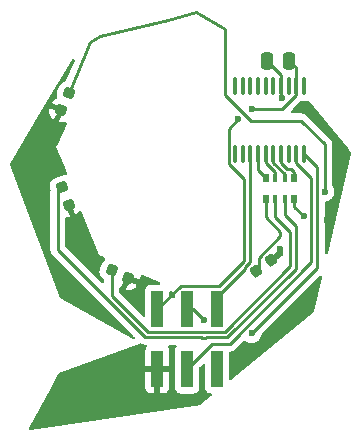
<source format=gbr>
G04 #@! TF.GenerationSoftware,KiCad,Pcbnew,9.0.2*
G04 #@! TF.CreationDate,2025-06-24T15:09:58-05:00*
G04 #@! TF.ProjectId,KokiriEmerald,4b6f6b69-7269-4456-9d65-72616c642e6b,rev?*
G04 #@! TF.SameCoordinates,Original*
G04 #@! TF.FileFunction,Copper,L2,Bot*
G04 #@! TF.FilePolarity,Positive*
%FSLAX46Y46*%
G04 Gerber Fmt 4.6, Leading zero omitted, Abs format (unit mm)*
G04 Created by KiCad (PCBNEW 9.0.2) date 2025-06-24 15:09:58*
%MOMM*%
%LPD*%
G01*
G04 APERTURE LIST*
G04 Aperture macros list*
%AMRoundRect*
0 Rectangle with rounded corners*
0 $1 Rounding radius*
0 $2 $3 $4 $5 $6 $7 $8 $9 X,Y pos of 4 corners*
0 Add a 4 corners polygon primitive as box body*
4,1,4,$2,$3,$4,$5,$6,$7,$8,$9,$2,$3,0*
0 Add four circle primitives for the rounded corners*
1,1,$1+$1,$2,$3*
1,1,$1+$1,$4,$5*
1,1,$1+$1,$6,$7*
1,1,$1+$1,$8,$9*
0 Add four rect primitives between the rounded corners*
20,1,$1+$1,$2,$3,$4,$5,0*
20,1,$1+$1,$4,$5,$6,$7,0*
20,1,$1+$1,$6,$7,$8,$9,0*
20,1,$1+$1,$8,$9,$2,$3,0*%
G04 Aperture macros list end*
G04 #@! TA.AperFunction,SMDPad,CuDef*
%ADD10R,1.000000X3.150000*%
G04 #@! TD*
G04 #@! TA.AperFunction,SMDPad,CuDef*
%ADD11RoundRect,0.218750X0.139794X-0.306551X0.324689X0.089959X-0.139794X0.306551X-0.324689X-0.089959X0*%
G04 #@! TD*
G04 #@! TA.AperFunction,SMDPad,CuDef*
%ADD12RoundRect,0.218750X0.032211X0.335378X-0.326168X0.084438X-0.032211X-0.335378X0.326168X-0.084438X0*%
G04 #@! TD*
G04 #@! TA.AperFunction,SMDPad,CuDef*
%ADD13RoundRect,0.218750X0.306551X0.139794X-0.089959X0.324689X-0.306551X-0.139794X0.089959X-0.324689X0*%
G04 #@! TD*
G04 #@! TA.AperFunction,SMDPad,CuDef*
%ADD14RoundRect,0.218750X0.315613X-0.117915X0.165979X0.293200X-0.315613X0.117915X-0.165979X-0.293200X0*%
G04 #@! TD*
G04 #@! TA.AperFunction,SMDPad,CuDef*
%ADD15R,0.500000X0.800000*%
G04 #@! TD*
G04 #@! TA.AperFunction,SMDPad,CuDef*
%ADD16R,0.400000X0.800000*%
G04 #@! TD*
G04 #@! TA.AperFunction,SMDPad,CuDef*
%ADD17RoundRect,0.100000X-0.100000X0.637500X-0.100000X-0.637500X0.100000X-0.637500X0.100000X0.637500X0*%
G04 #@! TD*
G04 #@! TA.AperFunction,SMDPad,CuDef*
%ADD18RoundRect,0.250000X-0.250000X-0.475000X0.250000X-0.475000X0.250000X0.475000X-0.250000X0.475000X0*%
G04 #@! TD*
G04 #@! TA.AperFunction,ViaPad*
%ADD19C,0.600000*%
G04 #@! TD*
G04 #@! TA.AperFunction,Conductor*
%ADD20C,0.250000*%
G04 #@! TD*
G04 APERTURE END LIST*
D10*
X110660000Y-101150000D03*
X110660000Y-106200000D03*
X113200000Y-101150000D03*
X113200000Y-106200000D03*
X115740000Y-101150000D03*
X115740000Y-106200000D03*
D11*
X102542188Y-84288716D03*
X103207812Y-82861284D03*
D12*
X120270083Y-96973308D03*
X118979917Y-97876692D03*
D13*
X108213717Y-98482812D03*
X106786283Y-97817188D03*
D14*
X103144341Y-92315009D03*
X102605659Y-90834991D03*
D15*
X122250000Y-91800001D03*
D16*
X121449999Y-91799999D03*
X120650000Y-91800000D03*
D15*
X119850000Y-91799999D03*
X119850000Y-89999999D03*
D16*
X120650001Y-90000001D03*
X121450000Y-90000000D03*
D15*
X122250000Y-90000001D03*
D17*
X117225000Y-82275000D03*
X117875000Y-82275000D03*
X118525000Y-82275000D03*
X119175000Y-82275000D03*
X119825000Y-82275000D03*
X120475000Y-82275000D03*
X121125000Y-82275000D03*
X121775000Y-82275000D03*
X122425000Y-82275000D03*
X123075000Y-82275000D03*
X123075000Y-88000000D03*
X122425000Y-88000000D03*
X121775000Y-88000000D03*
X121125000Y-88000000D03*
X120475000Y-88000000D03*
X119825000Y-88000000D03*
X119175000Y-88000000D03*
X118525000Y-88000000D03*
X117875000Y-88000000D03*
X117225000Y-88000000D03*
D18*
X119950000Y-80100000D03*
X121850000Y-80100000D03*
D19*
X117500000Y-105150000D03*
X125000000Y-93600000D03*
X122550000Y-84250000D03*
X101850000Y-85600000D03*
X103650000Y-93600000D03*
X109100000Y-99200000D03*
X121050000Y-96050000D03*
X117500000Y-85050000D03*
X118700000Y-84200000D03*
X124850000Y-91200000D03*
X123050000Y-93250000D03*
X118650000Y-103200000D03*
X114650000Y-102100000D03*
X121185492Y-83297412D03*
X109150000Y-106050000D03*
X111300000Y-108800000D03*
D20*
X116699000Y-88849000D02*
X116699000Y-85851000D01*
X118000000Y-90150000D02*
X116699000Y-88849000D01*
X116699000Y-85851000D02*
X117500000Y-85050000D01*
X115885795Y-99150000D02*
X118000000Y-97035796D01*
X118000000Y-97035796D02*
X118000000Y-90150000D01*
X112660000Y-99150000D02*
X115885795Y-99150000D01*
X110660000Y-101150000D02*
X112660000Y-99150000D01*
X118700000Y-84200000D02*
X121237499Y-84200000D01*
X121125000Y-83236920D02*
X121185492Y-83297412D01*
X121237499Y-84200000D02*
X122425000Y-83012499D01*
X121125000Y-82275000D02*
X121125000Y-83236920D01*
X118525000Y-97150020D02*
X118525000Y-88000000D01*
X118108101Y-97566919D02*
X118525000Y-97150020D01*
X118108101Y-97706899D02*
X118108101Y-97566919D01*
X115740000Y-100075000D02*
X118108101Y-97706899D01*
X115740000Y-101150000D02*
X115740000Y-100075000D01*
X119850000Y-93375000D02*
X119850000Y-91799999D01*
X121086802Y-94611802D02*
X119850000Y-93375000D01*
X118979917Y-97876692D02*
X119294048Y-97562561D01*
X119294048Y-96767754D02*
X121086802Y-94975000D01*
X119294048Y-97562561D02*
X119294048Y-96767754D01*
X121086802Y-94975000D02*
X121086802Y-94611802D01*
X122425000Y-83012499D02*
X122425000Y-82275000D01*
X105000000Y-78500000D02*
X103207812Y-82861284D01*
X105836435Y-78000000D02*
X105000000Y-78500000D01*
X111550000Y-76650000D02*
X105836435Y-78000000D01*
X113950000Y-76000000D02*
X111550000Y-76650000D01*
X116400000Y-83000000D02*
X116400000Y-77450000D01*
X118600000Y-85200000D02*
X116400000Y-83000000D01*
X122850000Y-85200000D02*
X118600000Y-85200000D01*
X124850000Y-87200000D02*
X122850000Y-85200000D01*
X124850000Y-91200000D02*
X124850000Y-87200000D01*
X116400000Y-77450000D02*
X113950000Y-76000000D01*
X122250000Y-92450000D02*
X123050000Y-93250000D01*
X122250000Y-91800001D02*
X122250000Y-92450000D01*
X102235062Y-91205588D02*
X102605659Y-90834991D01*
X102235062Y-96091286D02*
X102235062Y-91205588D01*
X110700000Y-103503000D02*
X109646776Y-103503000D01*
X109646776Y-103503000D02*
X102235062Y-96091286D01*
X106786283Y-97817188D02*
X106786283Y-100003283D01*
X106786283Y-100003283D02*
X109834000Y-103051000D01*
X120650000Y-93300000D02*
X120650000Y-91800000D01*
X121925000Y-94575000D02*
X120650000Y-93300000D01*
X121925000Y-97525000D02*
X121925000Y-94575000D01*
X116399000Y-103051000D02*
X121925000Y-97525000D01*
X114350000Y-103051000D02*
X116399000Y-103051000D01*
X114388604Y-103525000D02*
X110750000Y-103525000D01*
X114413604Y-103550000D02*
X114388604Y-103525000D01*
X114786396Y-103550000D02*
X114413604Y-103550000D01*
X116561396Y-103525000D02*
X114811396Y-103525000D01*
X114811396Y-103525000D02*
X114786396Y-103550000D01*
X122375000Y-97711396D02*
X116561396Y-103525000D01*
X122375000Y-94075000D02*
X122375000Y-97711396D01*
X121449999Y-93149999D02*
X122375000Y-94075000D01*
X121449999Y-91799999D02*
X121449999Y-93149999D01*
X124200000Y-97650000D02*
X124200000Y-89125000D01*
X118650000Y-103200000D02*
X124200000Y-97650000D01*
X124200000Y-89125000D02*
X123075000Y-88000000D01*
X123700000Y-90012499D02*
X122425000Y-88737499D01*
X123700000Y-97189792D02*
X123700000Y-90012499D01*
X116789792Y-104100000D02*
X123700000Y-97189792D01*
X122425000Y-88737499D02*
X122425000Y-88000000D01*
X113200000Y-106200000D02*
X115300000Y-104100000D01*
X115300000Y-104100000D02*
X116789792Y-104100000D01*
X113700000Y-101150000D02*
X114650000Y-102100000D01*
X113200000Y-101150000D02*
X113700000Y-101150000D01*
X121125000Y-81275000D02*
X119950000Y-80100000D01*
X121125000Y-82275000D02*
X121125000Y-81275000D01*
X114350000Y-103051000D02*
X109834000Y-103051000D01*
X111651000Y-103051000D02*
X109834000Y-103051000D01*
X114350000Y-103051000D02*
X111651000Y-103051000D01*
X119175000Y-89324999D02*
X119175000Y-88000000D01*
X119850000Y-89999999D02*
X119175000Y-89324999D01*
X119825000Y-88725309D02*
X119825000Y-88000000D01*
X120650001Y-90000001D02*
X120650001Y-89550310D01*
X120650001Y-89550310D02*
X119825000Y-88725309D01*
X120475000Y-88737499D02*
X120475000Y-88000000D01*
X121450000Y-89712499D02*
X120475000Y-88737499D01*
X121450000Y-90000000D02*
X121450000Y-89712499D01*
X121976000Y-89274000D02*
X122250000Y-89548000D01*
X121661501Y-89274000D02*
X121976000Y-89274000D01*
X122250000Y-89548000D02*
X122250000Y-90000001D01*
X121125000Y-88737499D02*
X121661501Y-89274000D01*
X121125000Y-88000000D02*
X121125000Y-88737499D01*
X122425000Y-82275000D02*
X122425000Y-80675000D01*
X122425000Y-80675000D02*
X121850000Y-80100000D01*
X113200000Y-101150000D02*
X113200000Y-100075000D01*
G04 #@! TA.AperFunction,Conductor*
G36*
X109303830Y-104038415D02*
G01*
X109324444Y-104049528D01*
X109346701Y-104064400D01*
X109461991Y-104112155D01*
X109584377Y-104136499D01*
X109584381Y-104136500D01*
X109584382Y-104136500D01*
X109653388Y-104136500D01*
X109720427Y-104156185D01*
X109766182Y-104208989D01*
X109776126Y-104278147D01*
X109752654Y-104334811D01*
X109716649Y-104382906D01*
X109716645Y-104382913D01*
X109666403Y-104517620D01*
X109666401Y-104517627D01*
X109660000Y-104577155D01*
X109660000Y-105950000D01*
X111660000Y-105950000D01*
X111660000Y-104577172D01*
X111659999Y-104577155D01*
X111653598Y-104517627D01*
X111653596Y-104517620D01*
X111603354Y-104382913D01*
X111603352Y-104382910D01*
X111583815Y-104356812D01*
X111559397Y-104291348D01*
X111574248Y-104223075D01*
X111623652Y-104173669D01*
X111683081Y-104158500D01*
X112166302Y-104158500D01*
X112233341Y-104178185D01*
X112279096Y-104230989D01*
X112289040Y-104300147D01*
X112265569Y-104356811D01*
X112249111Y-104378795D01*
X112198011Y-104515795D01*
X112198011Y-104515797D01*
X112191500Y-104576345D01*
X112191500Y-107823654D01*
X112198011Y-107884202D01*
X112198011Y-107884204D01*
X112247575Y-108017086D01*
X112249111Y-108021204D01*
X112336739Y-108138261D01*
X112453796Y-108225889D01*
X112568297Y-108268596D01*
X112590793Y-108276987D01*
X112590799Y-108276989D01*
X112618050Y-108279918D01*
X112651345Y-108283499D01*
X112651362Y-108283500D01*
X113748638Y-108283500D01*
X113748654Y-108283499D01*
X113775692Y-108280591D01*
X113809201Y-108276989D01*
X113809207Y-108276987D01*
X113831703Y-108268596D01*
X113946204Y-108225889D01*
X114063261Y-108138261D01*
X114150889Y-108021204D01*
X114201989Y-107884201D01*
X114205591Y-107850692D01*
X114208499Y-107823654D01*
X114208500Y-107823637D01*
X114208500Y-106138766D01*
X114228185Y-106071727D01*
X114244819Y-106051085D01*
X114519819Y-105776085D01*
X114581142Y-105742600D01*
X114650834Y-105747584D01*
X114706767Y-105789456D01*
X114731184Y-105854920D01*
X114731500Y-105863766D01*
X114731500Y-107823654D01*
X114738011Y-107884202D01*
X114738011Y-107884204D01*
X114787575Y-108017086D01*
X114789111Y-108021204D01*
X114876739Y-108138261D01*
X114993796Y-108225889D01*
X115093110Y-108262931D01*
X115130793Y-108276987D01*
X115130799Y-108276989D01*
X115172017Y-108281420D01*
X115236566Y-108308157D01*
X115276414Y-108365549D01*
X115278908Y-108435374D01*
X115243256Y-108495463D01*
X115237704Y-108500333D01*
X114380379Y-109208113D01*
X114319685Y-109235139D01*
X99957501Y-111372251D01*
X99888295Y-111362647D01*
X99835267Y-111317153D01*
X99815252Y-111250211D01*
X99829998Y-111190952D01*
X101638141Y-107822844D01*
X109660000Y-107822844D01*
X109666401Y-107882372D01*
X109666403Y-107882379D01*
X109716645Y-108017086D01*
X109716649Y-108017093D01*
X109802809Y-108132187D01*
X109802812Y-108132190D01*
X109917906Y-108218350D01*
X109917913Y-108218354D01*
X110052620Y-108268596D01*
X110052627Y-108268598D01*
X110112155Y-108274999D01*
X110112172Y-108275000D01*
X110410000Y-108275000D01*
X110910000Y-108275000D01*
X111207828Y-108275000D01*
X111207844Y-108274999D01*
X111267372Y-108268598D01*
X111267379Y-108268596D01*
X111402086Y-108218354D01*
X111402093Y-108218350D01*
X111517187Y-108132190D01*
X111517190Y-108132187D01*
X111603350Y-108017093D01*
X111603354Y-108017086D01*
X111653596Y-107882379D01*
X111653598Y-107882372D01*
X111659999Y-107822844D01*
X111660000Y-107822827D01*
X111660000Y-106450000D01*
X110910000Y-106450000D01*
X110910000Y-108275000D01*
X110410000Y-108275000D01*
X110410000Y-106450000D01*
X109660000Y-106450000D01*
X109660000Y-107822844D01*
X101638141Y-107822844D01*
X102287333Y-106613565D01*
X102336383Y-106563812D01*
X102354082Y-106555731D01*
X109109019Y-104091923D01*
X109114560Y-104090050D01*
X109132604Y-104084418D01*
X109141593Y-104084418D01*
X109145670Y-104080339D01*
X109153778Y-104077809D01*
X109159823Y-104072675D01*
X109164923Y-104068668D01*
X109168750Y-104063990D01*
X109171714Y-104061270D01*
X109234417Y-104030446D01*
X109303830Y-104038415D01*
G37*
G04 #@! TD.AperFunction*
G04 #@! TA.AperFunction,Conductor*
G36*
X124520737Y-98327681D02*
G01*
X124576670Y-98369553D01*
X124601087Y-98435017D01*
X124598161Y-98472034D01*
X123942975Y-101280600D01*
X123908575Y-101341414D01*
X123901161Y-101348053D01*
X116951444Y-107085523D01*
X116887214Y-107113023D01*
X116818312Y-107101432D01*
X116766615Y-107054431D01*
X116748500Y-106989899D01*
X116748500Y-104855888D01*
X116768185Y-104788849D01*
X116820989Y-104743094D01*
X116848309Y-104734270D01*
X116852180Y-104733500D01*
X116852186Y-104733500D01*
X116974577Y-104709155D01*
X117089867Y-104661400D01*
X117193625Y-104592071D01*
X117958472Y-103827223D01*
X118019793Y-103793740D01*
X118089484Y-103798724D01*
X118129594Y-103824501D01*
X118129896Y-103824134D01*
X118133051Y-103826723D01*
X118133832Y-103827225D01*
X118134605Y-103827998D01*
X118134612Y-103828004D01*
X118267030Y-103916482D01*
X118267031Y-103916482D01*
X118267032Y-103916483D01*
X118414169Y-103977430D01*
X118565654Y-104007562D01*
X118570365Y-104008499D01*
X118570369Y-104008500D01*
X118570370Y-104008500D01*
X118729631Y-104008500D01*
X118729632Y-104008499D01*
X118885831Y-103977430D01*
X119032968Y-103916483D01*
X119165389Y-103828003D01*
X119278003Y-103715389D01*
X119366483Y-103582968D01*
X119427430Y-103435831D01*
X119449231Y-103326222D01*
X119481615Y-103264315D01*
X119483111Y-103262791D01*
X124389722Y-98356182D01*
X124451045Y-98322697D01*
X124520737Y-98327681D01*
G37*
G04 #@! TD.AperFunction*
G04 #@! TA.AperFunction,Conductor*
G36*
X103612533Y-79975737D02*
G01*
X103652473Y-80033066D01*
X103655078Y-80102887D01*
X103649575Y-80119544D01*
X102969944Y-81773424D01*
X102926255Y-81827950D01*
X102897661Y-81842815D01*
X102739408Y-81900414D01*
X102668388Y-81947124D01*
X102597369Y-81993834D01*
X102597368Y-81993834D01*
X102597368Y-81993835D01*
X102480703Y-82117491D01*
X102480702Y-82117493D01*
X102429384Y-82203468D01*
X102429384Y-82203469D01*
X102203530Y-82687815D01*
X102203529Y-82687816D01*
X102170659Y-82782385D01*
X102150922Y-82951244D01*
X102170658Y-83120100D01*
X102170660Y-83120107D01*
X102186590Y-83163876D01*
X102191021Y-83233605D01*
X102157050Y-83294660D01*
X102112481Y-83322806D01*
X102077627Y-83335492D01*
X101937245Y-83427822D01*
X101821948Y-83550029D01*
X101821941Y-83550039D01*
X101771224Y-83635005D01*
X101764191Y-83650085D01*
X101764192Y-83650086D01*
X102535460Y-84009734D01*
X102587899Y-84055906D01*
X102607051Y-84123100D01*
X102595437Y-84174520D01*
X102542187Y-84288714D01*
X102542187Y-84288715D01*
X102656383Y-84341966D01*
X102708822Y-84388138D01*
X102727974Y-84455332D01*
X102716360Y-84506753D01*
X102372559Y-85244032D01*
X102421635Y-85266917D01*
X102515096Y-85299403D01*
X102515095Y-85299403D01*
X102681981Y-85318909D01*
X102856038Y-85298565D01*
X102856282Y-85300657D01*
X102915666Y-85303796D01*
X102972369Y-85344620D01*
X102997998Y-85409619D01*
X102986949Y-85473025D01*
X102213318Y-87137601D01*
X102104766Y-87371167D01*
X102720727Y-88944926D01*
X102996696Y-89650015D01*
X103002799Y-89719618D01*
X102970304Y-89781471D01*
X102909526Y-89815937D01*
X102856154Y-89816649D01*
X102835455Y-89812375D01*
X102665518Y-89817321D01*
X102615049Y-89830060D01*
X102568443Y-89841824D01*
X102568440Y-89841824D01*
X102568436Y-89841826D01*
X101995774Y-90050260D01*
X101905658Y-90093886D01*
X101772300Y-90199333D01*
X101772293Y-90199339D01*
X101666861Y-90332680D01*
X101666853Y-90332693D01*
X101595008Y-90486767D01*
X101595008Y-90486768D01*
X101560630Y-90653257D01*
X101565576Y-90823195D01*
X101590081Y-90920275D01*
X101590083Y-90920283D01*
X101614315Y-90986859D01*
X101619411Y-91053459D01*
X101601562Y-91143195D01*
X101601562Y-96153684D01*
X101625905Y-96276063D01*
X101625907Y-96276071D01*
X101673660Y-96391358D01*
X101673665Y-96391367D01*
X101742990Y-96495118D01*
X101742993Y-96495122D01*
X108718291Y-103470419D01*
X108751776Y-103531742D01*
X108746792Y-103601434D01*
X108704920Y-103657367D01*
X108639456Y-103681784D01*
X108571183Y-103666932D01*
X108569826Y-103666180D01*
X102448271Y-100223396D01*
X102399487Y-100173376D01*
X102392911Y-100158750D01*
X98199291Y-88944926D01*
X98194246Y-88875239D01*
X98208692Y-88838389D01*
X100845121Y-84378674D01*
X101493856Y-84378674D01*
X101513362Y-84545559D01*
X101513363Y-84545561D01*
X101570826Y-84703442D01*
X101663156Y-84843823D01*
X101785363Y-84959120D01*
X101785373Y-84959127D01*
X101870341Y-85009846D01*
X101919405Y-85032724D01*
X101919406Y-85032723D01*
X102209955Y-84409638D01*
X101552882Y-84103239D01*
X101545855Y-84118312D01*
X101545854Y-84118315D01*
X101513362Y-84211790D01*
X101493856Y-84378674D01*
X100845121Y-84378674D01*
X103428139Y-80009308D01*
X103479199Y-79961618D01*
X103547939Y-79949102D01*
X103612533Y-79975737D01*
G37*
G04 #@! TD.AperFunction*
G04 #@! TA.AperFunction,Conductor*
G36*
X109416388Y-98206868D02*
G01*
X110818460Y-98829162D01*
X110871749Y-98874350D01*
X110892148Y-98941176D01*
X110873180Y-99008422D01*
X110820868Y-99054738D01*
X110768155Y-99066500D01*
X110111345Y-99066500D01*
X110050797Y-99073011D01*
X110050795Y-99073011D01*
X109913795Y-99124111D01*
X109796739Y-99211739D01*
X109709111Y-99328795D01*
X109658011Y-99465795D01*
X109658011Y-99465797D01*
X109651500Y-99526345D01*
X109651500Y-101673233D01*
X109631815Y-101740272D01*
X109579011Y-101786027D01*
X109509853Y-101795971D01*
X109446297Y-101766946D01*
X109439819Y-101760914D01*
X107456102Y-99777197D01*
X107441398Y-99750269D01*
X107424806Y-99724451D01*
X107423914Y-99718250D01*
X107422617Y-99715874D01*
X107419783Y-99689516D01*
X107419783Y-99472115D01*
X108028241Y-99472115D01*
X108028241Y-99472116D01*
X108043319Y-99479147D01*
X108136791Y-99511637D01*
X108303675Y-99531143D01*
X108470560Y-99511637D01*
X108470562Y-99511636D01*
X108628443Y-99454173D01*
X108768824Y-99361843D01*
X108884121Y-99239636D01*
X108884128Y-99239626D01*
X108934847Y-99154658D01*
X108957725Y-99105593D01*
X108334639Y-98815043D01*
X108028241Y-99472115D01*
X107419783Y-99472115D01*
X107419783Y-99383028D01*
X107439468Y-99315989D01*
X107492272Y-99270234D01*
X107561430Y-99260290D01*
X107569721Y-99262760D01*
X107575086Y-99260807D01*
X107934735Y-98489539D01*
X107980907Y-98437100D01*
X108048101Y-98417948D01*
X108099522Y-98429562D01*
X108213716Y-98482812D01*
X108266967Y-98368616D01*
X108313139Y-98316177D01*
X108380333Y-98297025D01*
X108431754Y-98308639D01*
X109169033Y-98652438D01*
X109191916Y-98603369D01*
X109191917Y-98603367D01*
X109224404Y-98509903D01*
X109243910Y-98343019D01*
X109242927Y-98334610D01*
X109254692Y-98265738D01*
X109301824Y-98214159D01*
X109369360Y-98196250D01*
X109416388Y-98206868D01*
G37*
G04 #@! TD.AperFunction*
G04 #@! TA.AperFunction,Conductor*
G36*
X103393526Y-92301453D02*
G01*
X103421674Y-92346025D01*
X103699907Y-93110463D01*
X103699908Y-93110464D01*
X103750777Y-93091950D01*
X103839847Y-93048830D01*
X103971647Y-92944615D01*
X103971652Y-92944610D01*
X104048043Y-92847998D01*
X104105064Y-92807619D01*
X104174863Y-92804479D01*
X104235279Y-92839573D01*
X104260782Y-92879711D01*
X104484344Y-93450903D01*
X105700251Y-96557500D01*
X106159300Y-96761244D01*
X106212587Y-96806430D01*
X106232987Y-96873256D01*
X106214020Y-96940501D01*
X106199188Y-96959674D01*
X106109010Y-97055257D01*
X106057688Y-97141235D01*
X105800141Y-97693551D01*
X105767268Y-97788124D01*
X105747531Y-97956981D01*
X105767268Y-98125840D01*
X105796760Y-98206868D01*
X105825414Y-98285593D01*
X105918833Y-98427631D01*
X105928870Y-98437100D01*
X106042490Y-98544296D01*
X106042496Y-98544300D01*
X106092336Y-98574049D01*
X106139812Y-98625311D01*
X106152783Y-98680524D01*
X106152783Y-98813741D01*
X106133098Y-98880780D01*
X106080294Y-98926535D01*
X106011136Y-98936479D01*
X105947580Y-98907454D01*
X105941102Y-98901422D01*
X102904881Y-95865201D01*
X102871396Y-95803878D01*
X102868562Y-95777520D01*
X102868562Y-93450903D01*
X102888247Y-93383864D01*
X102941051Y-93338109D01*
X102988956Y-93326955D01*
X103083240Y-93324211D01*
X103179185Y-93299993D01*
X103179189Y-93299991D01*
X103230061Y-93281476D01*
X102951828Y-92517035D01*
X102947397Y-92447306D01*
X102981367Y-92386251D01*
X103025939Y-92358103D01*
X103262741Y-92271914D01*
X103332470Y-92267483D01*
X103393526Y-92301453D01*
G37*
G04 #@! TD.AperFunction*
G04 #@! TA.AperFunction,Conductor*
G36*
X121210834Y-95849385D02*
G01*
X121266767Y-95891257D01*
X121291184Y-95956721D01*
X121291500Y-95965567D01*
X121291500Y-96511998D01*
X121271815Y-96579037D01*
X121219011Y-96624792D01*
X121199713Y-96627566D01*
X120515051Y-97106972D01*
X120506473Y-97109864D01*
X120499872Y-97116060D01*
X120473882Y-97120855D01*
X120448845Y-97129299D01*
X120440065Y-97127095D01*
X120431162Y-97128738D01*
X120406708Y-97118722D01*
X120381078Y-97112289D01*
X120373172Y-97104986D01*
X120366505Y-97102256D01*
X120342353Y-97076520D01*
X120212106Y-96890508D01*
X120189779Y-96824302D01*
X120206789Y-96756535D01*
X120225993Y-96731712D01*
X120327496Y-96630209D01*
X120344042Y-96616326D01*
X120894642Y-96230792D01*
X120885244Y-96217371D01*
X120862917Y-96151165D01*
X120879927Y-96083397D01*
X120899131Y-96058574D01*
X121079821Y-95877884D01*
X121141142Y-95844401D01*
X121210834Y-95849385D01*
G37*
G04 #@! TD.AperFunction*
G04 #@! TA.AperFunction,Conductor*
G36*
X123511777Y-83510097D02*
G01*
X123522974Y-83521992D01*
X126812508Y-87513766D01*
X126812966Y-87514321D01*
X126828181Y-87537726D01*
X127026874Y-87935112D01*
X127039249Y-88003877D01*
X127036723Y-88018737D01*
X125078258Y-96414024D01*
X125043858Y-96474838D01*
X124982040Y-96507401D01*
X124912431Y-96501372D01*
X124857131Y-96458668D01*
X124833697Y-96392845D01*
X124833500Y-96385853D01*
X124833500Y-92129385D01*
X124853185Y-92062346D01*
X124905989Y-92016591D01*
X124933301Y-92007769D01*
X125085831Y-91977430D01*
X125232968Y-91916483D01*
X125365389Y-91828003D01*
X125478003Y-91715389D01*
X125566483Y-91582968D01*
X125627430Y-91435831D01*
X125658500Y-91279630D01*
X125658500Y-91120370D01*
X125627430Y-90964169D01*
X125566483Y-90817032D01*
X125504397Y-90724112D01*
X125483520Y-90657434D01*
X125483500Y-90655222D01*
X125483500Y-87137605D01*
X125483499Y-87137601D01*
X125459156Y-87015222D01*
X125459155Y-87015215D01*
X125411400Y-86899925D01*
X125411399Y-86899924D01*
X125411396Y-86899918D01*
X125342072Y-86796168D01*
X125299588Y-86753684D01*
X125253833Y-86707929D01*
X124307300Y-85761396D01*
X123253836Y-84707931D01*
X123253832Y-84707928D01*
X123150081Y-84638603D01*
X123150072Y-84638598D01*
X123034785Y-84590845D01*
X123034777Y-84590843D01*
X122912398Y-84566500D01*
X122912394Y-84566500D01*
X122066265Y-84566500D01*
X121999226Y-84546815D01*
X121953471Y-84494011D01*
X121943527Y-84424853D01*
X121972552Y-84361297D01*
X121978584Y-84354819D01*
X122158883Y-84174520D01*
X122783440Y-83549961D01*
X122844761Y-83516478D01*
X122887301Y-83514705D01*
X122935115Y-83521000D01*
X123214884Y-83520999D01*
X123214886Y-83520999D01*
X123333842Y-83505339D01*
X123333841Y-83505339D01*
X123333850Y-83505338D01*
X123379832Y-83486291D01*
X123449298Y-83478823D01*
X123511777Y-83510097D01*
G37*
G04 #@! TD.AperFunction*
G04 #@! TA.AperFunction,Conductor*
G36*
X111845691Y-99609695D02*
G01*
X112117204Y-99731860D01*
X112131220Y-99743869D01*
X112148012Y-99751538D01*
X112157618Y-99766485D01*
X112171115Y-99778049D01*
X112176415Y-99795734D01*
X112186396Y-99811264D01*
X112191307Y-99845419D01*
X112191498Y-99846057D01*
X112191500Y-99846762D01*
X112191500Y-100054963D01*
X112171498Y-100123084D01*
X112117842Y-100169577D01*
X112074490Y-100180642D01*
X111931991Y-100190834D01*
X111931986Y-100190835D01*
X111838032Y-100225879D01*
X111767217Y-100230943D01*
X111704904Y-100196918D01*
X111670879Y-100134606D01*
X111668000Y-100107823D01*
X111668000Y-99724603D01*
X111688002Y-99656482D01*
X111741658Y-99609989D01*
X111811932Y-99599885D01*
X111845691Y-99609695D01*
G37*
G04 #@! TD.AperFunction*
M02*

</source>
